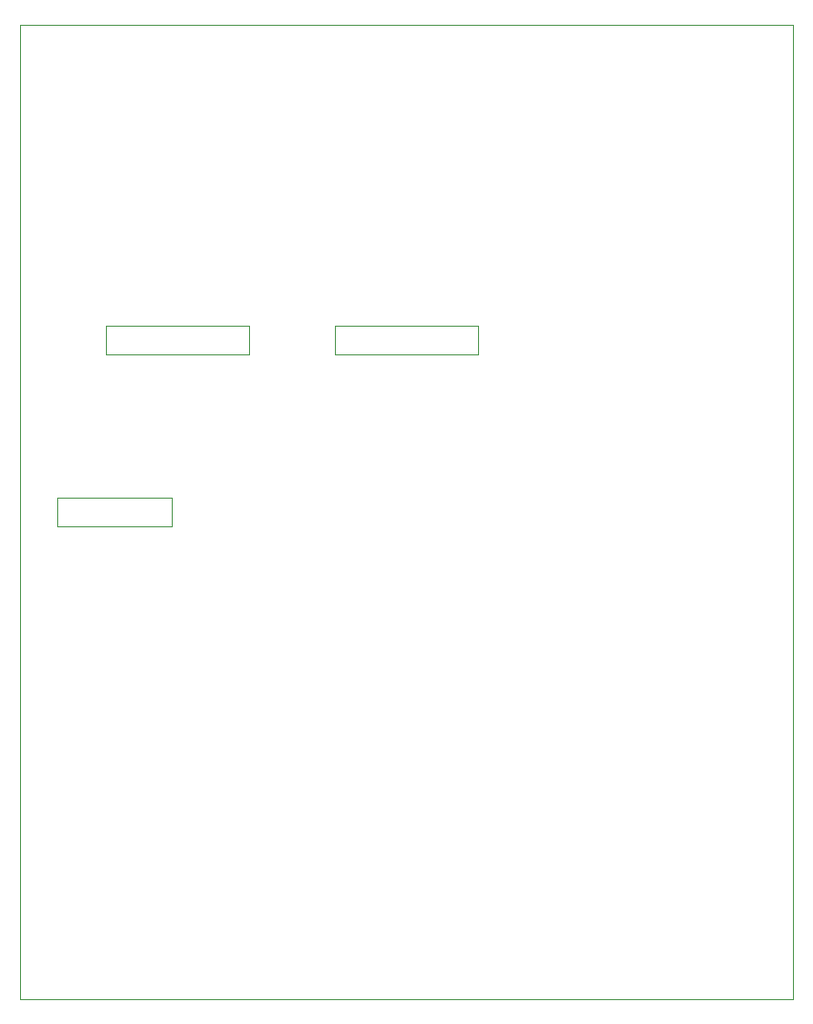
<source format=gbo>
G04 #@! TF.GenerationSoftware,KiCad,Pcbnew,(5.1.4)-1*
G04 #@! TF.CreationDate,2019-12-06T09:41:05+01:00*
G04 #@! TF.ProjectId,e-p-wifi,652d702d-7769-4666-992e-6b696361645f,1.0*
G04 #@! TF.SameCoordinates,Original*
G04 #@! TF.FileFunction,Legend,Bot*
G04 #@! TF.FilePolarity,Positive*
%FSLAX46Y46*%
G04 Gerber Fmt 4.6, Leading zero omitted, Abs format (unit mm)*
G04 Created by KiCad (PCBNEW (5.1.4)-1) date 2019-12-06 09:41:05*
%MOMM*%
%LPD*%
G04 APERTURE LIST*
%ADD10C,0.100000*%
G04 APERTURE END LIST*
D10*
X40326000Y-46670000D02*
X40326000Y-49210000D01*
X27626000Y-46670000D02*
X27626000Y-49210000D01*
X27626000Y-46670000D02*
X40326000Y-46670000D01*
X27626000Y-49210000D02*
X40326000Y-49210000D01*
X47940000Y-49210000D02*
X47940000Y-46670000D01*
X60640000Y-46670000D02*
X60640000Y-49210000D01*
X47940000Y-46670000D02*
X60640000Y-46670000D01*
X47940000Y-49210000D02*
X60640000Y-49210000D01*
X23302000Y-64450000D02*
X33462000Y-64450000D01*
X33462000Y-61910000D02*
X23302000Y-61910000D01*
X23302000Y-61910000D02*
X23302000Y-64450000D01*
X20000000Y-106360000D02*
X88580000Y-106360000D01*
X88580000Y-20000000D02*
X88580000Y-106360000D01*
X20000000Y-20000000D02*
X20000000Y-106360000D01*
X33462000Y-61910000D02*
X33462000Y-64450000D01*
X20000000Y-20000000D02*
X88580000Y-20000000D01*
M02*

</source>
